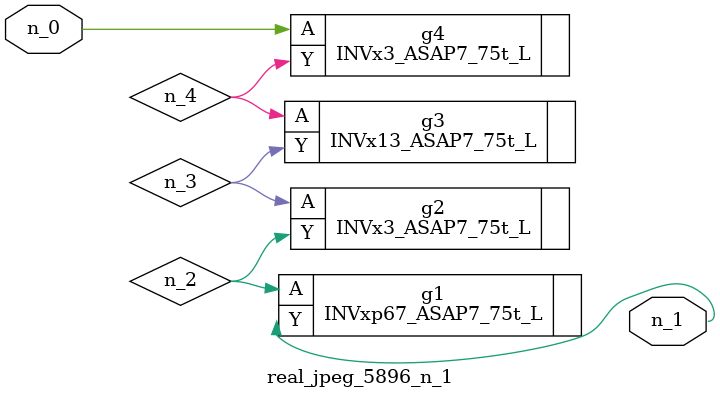
<source format=v>
module real_jpeg_5896_n_1 (n_0, n_1);

input n_0;

output n_1;

wire n_3;
wire n_4;
wire n_2;

INVx3_ASAP7_75t_L g4 ( 
.A(n_0),
.Y(n_4)
);

INVxp67_ASAP7_75t_L g1 ( 
.A(n_2),
.Y(n_1)
);

INVx3_ASAP7_75t_L g2 ( 
.A(n_3),
.Y(n_2)
);

INVx13_ASAP7_75t_L g3 ( 
.A(n_4),
.Y(n_3)
);


endmodule
</source>
